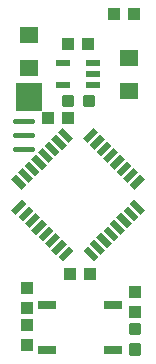
<source format=gbr>
G04 EAGLE Gerber RS-274X export*
G75*
%MOMM*%
%FSLAX34Y34*%
%LPD*%
%INSolderpaste Top*%
%IPPOS*%
%AMOC8*
5,1,8,0,0,1.08239X$1,22.5*%
G01*
%ADD10R,1.100000X1.000000*%
%ADD11R,1.600000X1.400000*%
%ADD12C,0.300000*%
%ADD13R,1.000000X1.100000*%
%ADD14R,1.200000X0.550000*%
%ADD15R,1.270000X0.558800*%
%ADD16R,0.558800X1.270000*%
%ADD17R,1.270000X0.635000*%
%ADD18R,2.286000X2.438400*%
%ADD19R,1.524000X0.762000*%
%ADD20C,0.450000*%


D10*
X80382Y204216D03*
X63382Y204216D03*
D11*
X46990Y274350D03*
X46990Y246350D03*
D10*
X97400Y266700D03*
X80400Y266700D03*
D12*
X94424Y222194D02*
X94424Y215194D01*
X94424Y222194D02*
X101424Y222194D01*
X101424Y215194D01*
X94424Y215194D01*
X94424Y218044D02*
X101424Y218044D01*
X101424Y220894D02*
X94424Y220894D01*
X76884Y222194D02*
X76884Y215194D01*
X76884Y222194D02*
X83884Y222194D01*
X83884Y215194D01*
X76884Y215194D01*
X76884Y218044D02*
X83884Y218044D01*
X83884Y220894D02*
X76884Y220894D01*
D13*
X45466Y43824D03*
X45466Y60824D03*
D10*
X98670Y72390D03*
X81670Y72390D03*
D13*
X45466Y12074D03*
X45466Y29074D03*
X137160Y57522D03*
X137160Y40522D03*
D12*
X133660Y12002D02*
X140660Y12002D01*
X140660Y5002D01*
X133660Y5002D01*
X133660Y12002D01*
X133660Y7852D02*
X140660Y7852D01*
X140660Y10702D02*
X133660Y10702D01*
X133660Y29542D02*
X140660Y29542D01*
X140660Y22542D01*
X133660Y22542D01*
X133660Y29542D01*
X133660Y25392D02*
X140660Y25392D01*
X140660Y28242D02*
X133660Y28242D01*
D14*
X101901Y232308D03*
X101901Y241808D03*
X101901Y251308D03*
X75899Y251308D03*
X75899Y232308D03*
D11*
X132080Y227300D03*
X132080Y255300D03*
D15*
G36*
X80860Y183387D02*
X71881Y192366D01*
X75832Y196317D01*
X84811Y187338D01*
X80860Y183387D01*
G37*
G36*
X75203Y177730D02*
X66224Y186709D01*
X70175Y190660D01*
X79154Y181681D01*
X75203Y177730D01*
G37*
G36*
X69546Y172074D02*
X60567Y181053D01*
X64518Y185004D01*
X73497Y176025D01*
X69546Y172074D01*
G37*
G36*
X63889Y166417D02*
X54910Y175396D01*
X58861Y179347D01*
X67840Y170368D01*
X63889Y166417D01*
G37*
G36*
X58232Y160760D02*
X49253Y169739D01*
X53204Y173690D01*
X62183Y164711D01*
X58232Y160760D01*
G37*
G36*
X52575Y155103D02*
X43596Y164082D01*
X47547Y168033D01*
X56526Y159054D01*
X52575Y155103D01*
G37*
G36*
X46919Y149446D02*
X37940Y158425D01*
X41891Y162376D01*
X50870Y153397D01*
X46919Y149446D01*
G37*
G36*
X41262Y143789D02*
X32283Y152768D01*
X36234Y156719D01*
X45213Y147740D01*
X41262Y143789D01*
G37*
D16*
G36*
X36234Y122681D02*
X32283Y126632D01*
X41262Y135611D01*
X45213Y131660D01*
X36234Y122681D01*
G37*
G36*
X41891Y117024D02*
X37940Y120975D01*
X46919Y129954D01*
X50870Y126003D01*
X41891Y117024D01*
G37*
G36*
X47547Y111367D02*
X43596Y115318D01*
X52575Y124297D01*
X56526Y120346D01*
X47547Y111367D01*
G37*
G36*
X53204Y105710D02*
X49253Y109661D01*
X58232Y118640D01*
X62183Y114689D01*
X53204Y105710D01*
G37*
G36*
X58861Y100053D02*
X54910Y104004D01*
X63889Y112983D01*
X67840Y109032D01*
X58861Y100053D01*
G37*
G36*
X64518Y94396D02*
X60567Y98347D01*
X69546Y107326D01*
X73497Y103375D01*
X64518Y94396D01*
G37*
G36*
X70175Y88740D02*
X66224Y92691D01*
X75203Y101670D01*
X79154Y97719D01*
X70175Y88740D01*
G37*
G36*
X75832Y83083D02*
X71881Y87034D01*
X80860Y96013D01*
X84811Y92062D01*
X75832Y83083D01*
G37*
D15*
G36*
X101968Y83083D02*
X92989Y92062D01*
X96940Y96013D01*
X105919Y87034D01*
X101968Y83083D01*
G37*
G36*
X107625Y88740D02*
X98646Y97719D01*
X102597Y101670D01*
X111576Y92691D01*
X107625Y88740D01*
G37*
G36*
X113282Y94396D02*
X104303Y103375D01*
X108254Y107326D01*
X117233Y98347D01*
X113282Y94396D01*
G37*
G36*
X118939Y100053D02*
X109960Y109032D01*
X113911Y112983D01*
X122890Y104004D01*
X118939Y100053D01*
G37*
G36*
X124596Y105710D02*
X115617Y114689D01*
X119568Y118640D01*
X128547Y109661D01*
X124596Y105710D01*
G37*
G36*
X130253Y111367D02*
X121274Y120346D01*
X125225Y124297D01*
X134204Y115318D01*
X130253Y111367D01*
G37*
G36*
X135909Y117024D02*
X126930Y126003D01*
X130881Y129954D01*
X139860Y120975D01*
X135909Y117024D01*
G37*
G36*
X141566Y122681D02*
X132587Y131660D01*
X136538Y135611D01*
X145517Y126632D01*
X141566Y122681D01*
G37*
D16*
G36*
X136538Y143789D02*
X132587Y147740D01*
X141566Y156719D01*
X145517Y152768D01*
X136538Y143789D01*
G37*
G36*
X130881Y149446D02*
X126930Y153397D01*
X135909Y162376D01*
X139860Y158425D01*
X130881Y149446D01*
G37*
G36*
X125225Y155103D02*
X121274Y159054D01*
X130253Y168033D01*
X134204Y164082D01*
X125225Y155103D01*
G37*
G36*
X119568Y160760D02*
X115617Y164711D01*
X124596Y173690D01*
X128547Y169739D01*
X119568Y160760D01*
G37*
G36*
X113911Y166417D02*
X109960Y170368D01*
X118939Y179347D01*
X122890Y175396D01*
X113911Y166417D01*
G37*
G36*
X108254Y172074D02*
X104303Y176025D01*
X113282Y185004D01*
X117233Y181053D01*
X108254Y172074D01*
G37*
G36*
X102597Y177730D02*
X98646Y181681D01*
X107625Y190660D01*
X111576Y186709D01*
X102597Y177730D01*
G37*
G36*
X96940Y183387D02*
X92989Y187338D01*
X101968Y196317D01*
X105919Y192366D01*
X96940Y183387D01*
G37*
D10*
X136516Y292100D03*
X119516Y292100D03*
D17*
X46990Y226369D03*
X46990Y218131D03*
D18*
X46990Y222250D03*
D19*
X118110Y7620D03*
X62230Y7620D03*
X118110Y45720D03*
X62230Y45720D03*
D20*
X49693Y178246D02*
X35143Y178246D01*
X35143Y190246D02*
X49693Y190246D01*
X49693Y202246D02*
X35143Y202246D01*
M02*

</source>
